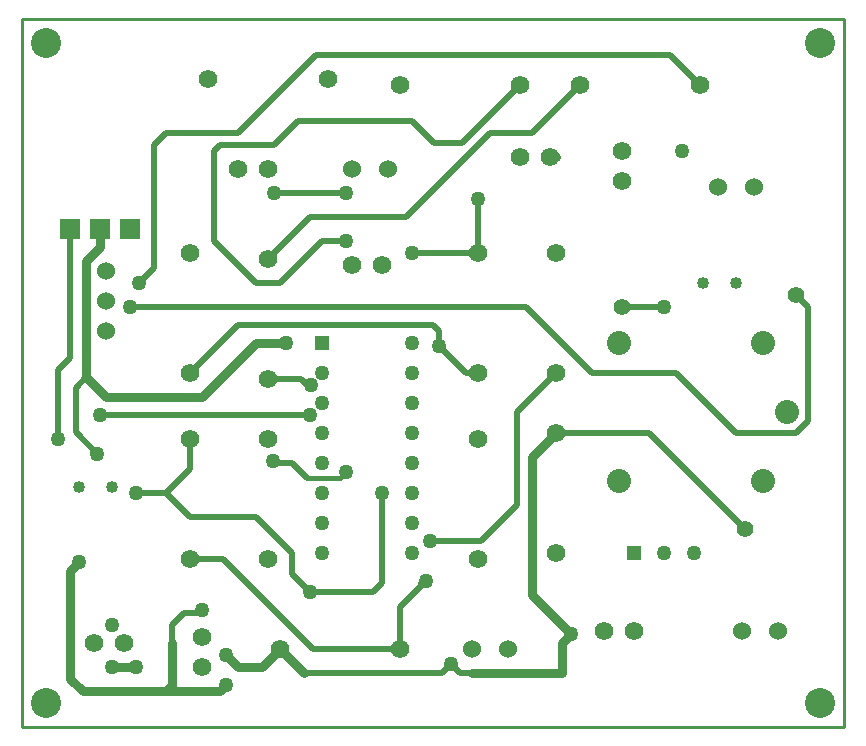
<source format=gtl>
%FSTAX23Y23*%
%MOIN*%
%SFA1B1*%

%IPPOS*%
%ADD10C,0.010000*%
%ADD11C,0.019690*%
%ADD12C,0.031500*%
%ADD13C,0.031400*%
%ADD14C,0.019600*%
%ADD15C,0.015750*%
%ADD16C,0.062000*%
%ADD17C,0.080000*%
%ADD18C,0.060000*%
%ADD19R,0.050000X0.050000*%
%ADD20C,0.050000*%
%ADD21R,0.070000X0.070000*%
%ADD22C,0.040000*%
%ADD23C,0.055120*%
%ADD24C,0.100000*%
%LNradiation-1*%
%LPD*%
G54D10*
X0004Y0005D02*
Y0241D01*
X0278*
Y0005D02*
Y0241D01*
X0064Y0005D02*
X0278D01*
X0008D02*
X0064D01*
X0004D02*
X0008D01*
X0004D02*
Y0241D01*
X0278*
Y0005D02*
Y0241D01*
X0064Y0005D02*
X0278D01*
X0008D02*
X0064D01*
X0004D02*
X0008D01*
G54D11*
X0213Y0103D02*
X0245Y0071D01*
X0182Y0103D02*
X0213D01*
X0262Y0149D02*
X0266Y0145D01*
Y0118D02*
Y0145D01*
X0204D02*
X0218D01*
X01507Y01997D02*
X017Y0219D01*
X01412Y01997D02*
X01507D01*
X0134Y0207D02*
X01412Y01997D01*
X0096Y0207D02*
X0134D01*
X0088Y0199D02*
X0096Y0207D01*
X007Y0199D02*
X0088D01*
X0052Y0083D02*
X006Y0075D01*
X0082*
X0094Y0063*
X0156Y0163D02*
Y0181D01*
X0028Y0031D02*
Y0033D01*
X0042Y0083D02*
X0052D01*
X006Y0091*
Y0101*
X0088Y0183D02*
X0112D01*
X0082Y0153D02*
X009D01*
X0104Y0167*
X0112*
X0098Y0023D02*
X0144D01*
X0147Y0026*
X015Y0023D02*
X0154D01*
X0147Y0026D02*
X015Y0023D01*
X0054Y0033D02*
Y0039D01*
X0058Y0043*
X0063*
X0064Y0044*
X0016Y0124D02*
X002Y0128D01*
X0016Y0101D02*
Y0124D01*
X002Y0128D02*
Y0171D01*
X0029Y0096D02*
X003D01*
X0048Y0158D02*
Y0163D01*
X0043Y0153D02*
X0048Y0158D01*
X0141Y0139D02*
X0143Y0137D01*
Y0132D02*
Y0137D01*
X0118Y0139D02*
X0141D01*
X0152Y0123D02*
X0156D01*
X0143Y0132D02*
X0152Y0123D01*
X0157Y0067D02*
X0163Y0073D01*
X014Y0067D02*
X0157D01*
X0094Y0093D02*
X0099Y0088D01*
X0086Y0121D02*
X0097D01*
X01Y0118*
X0203Y0133D02*
X0206D01*
X0094Y0056D02*
Y0063D01*
Y0056D02*
X01Y005D01*
X0124Y0053D02*
Y0083D01*
X0121Y005D02*
X0124Y0053D01*
X01Y005D02*
X0121D01*
X013Y0031D02*
Y0045D01*
X0137Y0052*
Y0053*
X00218Y01032D02*
X0029Y0096D01*
X00218Y01032D02*
Y0118D01*
X00254Y01216*
X009Y0093D02*
X0094D01*
G54D12*
X0072Y0029D02*
X0076Y0025D01*
X0084*
X0034D02*
X0042D01*
X002Y0021D02*
Y0027D01*
X0174Y0049D02*
Y0061D01*
Y0049D02*
X0187Y0036D01*
X0184Y0023D02*
Y0033D01*
X0187Y0036*
X0082Y0133D02*
X0092D01*
X002Y0021D02*
X00242Y00168D01*
X00518D02*
X00698D01*
X0072Y0019*
X00518Y00168D02*
X0054Y0019D01*
Y0033*
G54D13*
X018Y0195D02*
X0182D01*
X0154Y0023D02*
X0184D01*
X002Y0057D02*
X0023Y006D01*
X002Y0027D02*
Y0057D01*
X0084Y0025D02*
X009Y0031D01*
X003Y0165D02*
Y0171D01*
X00254Y01604D02*
X003Y0165D01*
X00254Y01216D02*
Y01604D01*
Y01216D02*
X0032Y0115D01*
X0064*
X0082Y0133*
X0174Y0095D02*
X0182Y0103D01*
X0174Y0061D02*
Y0095D01*
X009Y0031D02*
X0098Y0023D01*
X00242Y00168D02*
X00518D01*
G54D14*
X022Y0229D02*
X023Y0219D01*
X0102Y0229D02*
X022D01*
X0076Y0203D02*
X0102Y0229D01*
X0052Y0203D02*
X0076D01*
X0048Y0199D02*
X0052Y0203D01*
X0048Y0163D02*
Y0199D01*
X006Y0061D02*
X0071D01*
X0101Y0031*
X013*
X0163Y0073D02*
X0169Y0079D01*
Y011*
X0182Y0123*
X0266Y0107D02*
Y0118D01*
X0262Y0103D02*
X0266Y0107D01*
X0242Y0103D02*
X0262D01*
X0222Y0123D02*
X0242Y0103D01*
X0194Y0123D02*
X0222D01*
X0172Y0145D02*
X0194Y0123D01*
X004Y0145D02*
X0172D01*
X0068Y0197D02*
X007Y0199D01*
X0068Y0167D02*
Y0197D01*
Y0167D02*
X0082Y0153D01*
X006Y0123D02*
X0076Y0139D01*
X0118*
X0134Y0163D02*
X0156D01*
X0174Y0203D02*
X019Y0219D01*
X016Y0203D02*
X0174D01*
X0132Y0175D02*
X016Y0203D01*
X01Y0175D02*
X0132D01*
X0086Y0161D02*
X01Y0175D01*
X003Y0109D02*
X01D01*
G54D15*
X0099Y0088D02*
X011D01*
G54D16*
X0156Y0163D03*
Y0123D03*
X0204Y0197D03*
X0198Y0037D03*
X0064Y0025D03*
X009Y0031D03*
X0182Y0163D03*
X017Y0219D03*
X0076Y0191D03*
X0086D03*
X0182Y0123D03*
X0156Y0101D03*
X013Y0219D03*
X0156Y0061D03*
X013Y0031D03*
X006Y0061D03*
X0066Y0221D03*
X0208Y0037D03*
X0106Y0221D03*
X0086Y0101D03*
Y0061D03*
X006Y0101D03*
X0204Y0187D03*
X0064Y0035D03*
X006Y0163D03*
Y0123D03*
X0182Y0103D03*
Y0063D03*
X018Y0195D03*
X017D03*
X023Y0219D03*
X019D03*
X0114Y0159D03*
X0124D03*
X0028Y0033D03*
X0038D03*
X0086Y0161D03*
Y0121D03*
G54D17*
X0203Y0087D03*
X0251D03*
X0259Y011D03*
X0203Y0133D03*
X0251D03*
G54D18*
X0256Y0037D03*
X0154Y0031D03*
X0236Y0185D03*
X0114Y0191D03*
X0032Y0137D03*
X0126Y0191D03*
X0166Y0031D03*
X0032Y0147D03*
X0244Y0037D03*
X0032Y0157D03*
X0248Y0185D03*
G54D19*
X0104Y0133D03*
X0208Y0063D03*
G54D20*
X0104Y0073D03*
X0134Y0093D03*
Y0123D03*
Y0133D03*
Y0073D03*
Y0103D03*
Y0063D03*
X0104Y0123D03*
Y0113D03*
Y0103D03*
Y0093D03*
Y0083D03*
X0134D03*
X0104Y0063D03*
X0134Y0113D03*
X0218Y0063D03*
X0228D03*
X0156Y0181D03*
X0072Y0029D03*
Y0019D03*
X0042Y0025D03*
Y0083D03*
X02241Y01968D03*
X0134Y0163D03*
X003Y0109D03*
X0112Y0183D03*
X0088D03*
X0112Y0167D03*
X0147Y0026D03*
X0187Y0036D03*
X0064Y0044D03*
X0034Y0025D03*
Y0039D03*
X0016Y0101D03*
X0023Y006D03*
X0029Y0096D03*
X0043Y0153D03*
X004Y0145D03*
X0124Y0083D03*
X0092Y0133D03*
X0143Y0132D03*
X014Y0067D03*
X0112Y009D03*
X01Y0109D03*
X0218Y0145D03*
X01Y005D03*
X01385Y00535D03*
X01002Y01188D03*
X00877Y00936D03*
G54D21*
X003Y0171D03*
X004D03*
X002D03*
G54D22*
X0034Y0085D03*
X0023D03*
X0231Y0153D03*
X0242D03*
G54D23*
X0245Y0071D03*
X0262Y0149D03*
X0204Y0145D03*
G54D24*
X0012Y0233D03*
Y0013D03*
X027D03*
Y0233D03*
M02*
</source>
